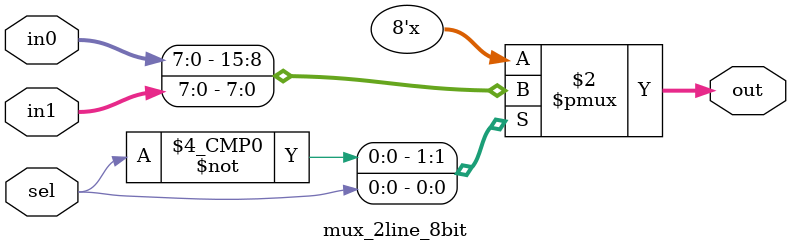
<source format=v>

module mux_2line_8bit(
	input [7:0] in0,
	input [7:0] in1,
	input sel,
	output reg [7:0] out
);
	always @(
		in0 or in1 or sel
	)
	begin
		case(sel)
			1'b0: out = in0;
			1'b1: out = in1;
			default: out = 8'bxxxxxxxx;
		endcase
	end
endmodule

</source>
